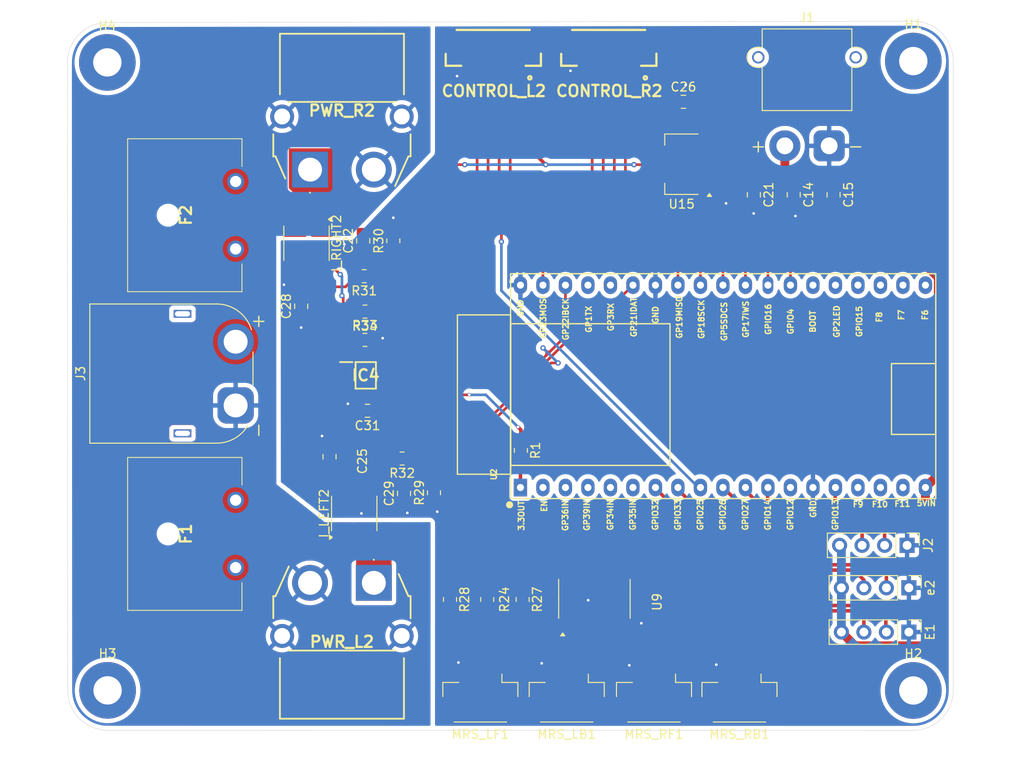
<source format=kicad_pcb>
(kicad_pcb (version 20241229) (generator "pcbnew") (generator_version "9.0")
  (layers (0 "F.Cu" jumper) (2 "B.Cu" signal) (13 "F.Paste" user) (15 "B.Paste" user) (5 "F.SilkS" user "F.Silkscreen") (7 "B.SilkS" user "B.Silkscreen") (1 "F.Mask" user) (3 "B.Mask" user) (25 "Edge.Cuts" user))
  (net 0 "")
  (net 1 "GND")
  (net 2 "+5V")
  (net 3 "+3.3V")
  (net 4 "+12V")
  (net 5 "GNDPWR")
  (net 6 "/+FUSE_L")
  (net 7 "/+FUSE_R")
  (net 8 "/I_OUT_R")
  (net 9 "/SCL")
  (net 10 "/SDA")
  (net 11 "/I_OUT_L")
  (net 12 "/+12V_L")
  (net 13 "/+12V_R")
  (net 14 "/SDA_LF")
  (net 15 "/SCL_LF")
  (net 16 "/SCL_LB")
  (net 17 "/SDA_LB")
  (net 18 "/SCL_RF")
  (net 19 "/SDA_RF")
  (net 20 "/SDA_RB")
  (net 21 "/SCL_RB")
  (net 22 "Net-(I_RIGHT2-FILTER)")
  (net 23 "Net-(I_LEFT2-FILTER)")
  (net 24 "Net-(I_LEFT2-VIOUT)")
  (net 25 "Net-(I_RIGHT2-VIOUT)")
  (net 26 "Net-(U9-~{RESET})")
  (net 27 "Net-(IC4-ADDR)")
  (net 28 "Net-(IC4-ALERT{slash}RDY)")
  (net 35 "/EN_L")
  (net 37 "/PWM_L")
  (net 39 "/D0")
  (net 40 "/IN1_L")
  (net 41 "/D1")
  (net 42 "/IN2_L")
  (net 43 "/D3")
  (net 44 "/PWM_R")
  (net 45 "/EN_R")
  (net 46 "/D2")
  (net 47 "/IN1_R")
  (net 48 "/D4")
  (net 49 "/IN2_R")
  (net 50 "/D5")
  (net 66 "Net-(U2-3.3V)")
  (footprint "Capacitor_SMD:C_0805_2012Metric" (layer "F.Cu") (at 66.4875 70.8 180)
    (property "Reference" "C31")
    (property "Value" "1u")
  )
  (footprint "local:01530007Z" (layer "F.Cu") (at 45.86 48.71 -90)
    (property "Reference" "F2")
    (property "Value" "Fuse" (hide yes))
  )
  (footprint "Capacitor_SMD:C_0805_2012Metric" (layer "F.Cu") (at 102.15 35.9)
    (property "Reference" "C26")
    (property "Value" "10u" (hide yes))
  )
  (footprint "Connector_PinHeader_2.54mm:PinHeader_1x04_P2.54mm_Vertical" (layer "F.Cu") (at 127.6 90.8 -90)
    (property "Reference" "e2")
    (property "Value" "Conn_01x04_Pin")
  )
  (footprint "local:Z_ESP32_DevKitC_38pin_socket" (layer "F.Cu") (at 83.75 79.47 90)
    (property "Reference" "U2")
    (property "Value" "~")
  )
  (footprint "Resistor_SMD:R_0805_2012Metric" (layer "F.Cu") (at 70.4 76.2 180)
    (property "Reference" "R32")
    (property "Value" "5.1k")
  )
  (footprint "Package_TO_SOT_SMD:SOT-223-3_TabPin2" (layer "F.Cu") (at 101.95 42.95 180)
    (property "Reference" "U15")
    (property "Value" "AMS1117-3.3" (hide yes))
  )
  (footprint "Resistor_SMD:R_0805_2012Metric" (layer "F.Cu") (at 69.4 51.6 90)
    (property "Reference" "R30")
    (property "Value" "10k")
  )
  (footprint "Package_SO:SOIC-8_3.9x4.9mm_P1.27mm" (layer "F.Cu") (at 64.9875 82.4 90)
    (property "Reference" "I_LEFT2")
    (property "Value" "ACS712xLCTR-20A")
  )
  (footprint "Capacitor_SMD:C_0805_2012Metric" (layer "F.Cu") (at 62.2 76 90)
    (property "Reference" "C25")
    (property "Value" "0.1uf")
  )
  (footprint "Connector_JST:JST_GH_BM04B-GHS-TBT_1x04-1MP_P1.25mm_Vertical" (layer "F.Cu") (at 108.475 103.35 180)
    (property "Reference" "MRS_RB1")
    (property "Value" "Conn_01x04")
  )
  (footprint "Resistor_SMD:R_0805_2012Metric" (layer "F.Cu") (at 66.2 62.8)
    (property "Reference" "R33")
    (property "Value" "10k")
  )
  (footprint "Connector_JST:JST_GH_BM04B-GHS-TBT_1x04-1MP_P1.25mm_Vertical" (layer "F.Cu") (at 98.825 103.35 180)
    (property "Reference" "MRS_RF1")
    (property "Value" "Conn_01x04")
  )
  (footprint "Connector_AMASS:AMASS_XT30PW-M_1x02_P2.50mm_Horizontal" (layer "F.Cu") (at 118.6 40.875)
    (property "Reference" "J1")
    (property "Value" "Conn_01x02")
  )
  (footprint "Package_SO:TSSOP-24_4.4x7.8mm_P0.65mm" (layer "F.Cu") (at 92.1 92.0375 90)
    (property "Reference" "U9")
    (property "Value" "TCA9548APWR")
  )
  (footprint "local:SOP50P490X110-10N" (layer "F.Cu") (at 66.2875 66.8)
    (property "Reference" "IC4")
    (property "Value" "ADS1115IDGSR" (hide yes))
  )
  (footprint "local:SM06B-GHS-TB" (layer "F.Cu") (at 86.0635 27.78 180)
    (property "Reference" "CONTROL_L2")
    (property "Value" "SM06B-GHS-TB_LF__SN_" (hide yes))
  )
  (footprint "Capacitor_SMD:C_0805_2012Metric" (layer "F.Cu") (at 59 59 90)
    (property "Reference" "C28")
    (property "Value" "1n")
  )
  (footprint "local:XT60PWF" (layer "F.Cu") (at 67.2 90.2375 180)
    (property "Reference" "PWR_L2")
    (property "Value" "XT60PW-F" (hide yes))
  )
  (footprint "MountingHole:MountingHole_3.2mm_M3_Pad_TopBottom" (layer "F.Cu") (at 128.1011 102.3978)
    (property "Reference" "H2")
    (property "Value" "MountingHole")
  )
  (footprint "local:XT60PWF" (layer "F.Cu") (at 60 43.5625)
    (property "Reference" "PWR_R2")
    (property "Value" "XT60PW-F" (hide yes))
  )
  (footprint "MountingHole:MountingHole_3.2mm_M3_Pad_TopBottom" (layer "F.Cu") (at 128.1 31.3)
    (property "Reference" "H1")
    (property "Value" "MountingHole")
  )
  (footprint "Resistor_SMD:R_0805_2012Metric" (layer "F.Cu") (at 75.8 92.1125 -90)
    (property "Reference" "R28")
    (property "Value" "10k")
  )
  (footprint "local:SM06B-GHS-TB" (layer "F.Cu") (at 99.1 27.78 180)
    (property "Reference" "CONTROL_R2")
    (property "Value" "SM06B-GHS-TB_LF__SN_" (hide yes))
  )
  (footprint "Resistor_SMD:R_0805_2012Metric" (layer "F.Cu") (at 83.8 75.2775 -90)
    (property "Reference" "R1")
    (property "Value" "0R")
  )
  (footprint "Capacitor_SMD:C_0805_2012Metric" (layer "F.Cu") (at 110.1 46.4 -90)
    (property "Reference" "C21")
    (property "Value" "0.1u")
  )
  (footprint "Connector_JST:JST_GH_BM04B-GHS-TBT_1x04-1MP_P1.25mm_Vertical" (layer "F.Cu") (at 88.975 103.35 180)
    (property "Reference" "MRS_LB1")
    (property "Value" "Conn_01x04")
  )
  (footprint "Resistor_SMD:R_0805_2012Metric" (layer "F.Cu") (at 84 92.1125 -90)
    (property "Reference" "R27")
    (property "Value" "10k")
  )
  (footprint "Connector_AMASS:AMASS_XT60PW-M_1x02_P7.20mm_Horizontal" (layer "F.Cu") (at 51.6 70.2 90)
    (property "Reference" "J3")
    (property "Value" "Conn_01x02")
  )
  (footprint "MountingHole:MountingHole_3.2mm_M3_Pad_TopBottom" (layer "F.Cu") (at 37.11637 31.44721)
    (property "Reference" "H4")
    (property "Value" "MountingHole")
  )
  (footprint "Capacitor_SMD:C_0805_2012Metric" (layer "F.Cu") (at 70.61 80.14 90)
    (property "Reference" "C29")
    (property "Value" "1n")
  )
  (footprint "Capacitor_SMD:C_0805_2012Metric" (layer "F.Cu") (at 66 51.6 90)
    (property "Reference" "C22")
    (property "Value" "0.1uF")
  )
  (footprint "Capacitor_SMD:C_0805_2012Metric" (layer "F.Cu") (at 119.1 46.4 -90)
    (property "Reference" "C15")
    (property "Value" "1u")
  )
  (footprint "MountingHole:MountingHole_3.2mm_M3_Pad_TopBottom" (layer "F.Cu") (at 37.14721 102.38363)
    (property "Reference" "H3")
    (property "Value" "MountingHole")
  )
  (footprint "Resistor_SMD:R_0805_2012Metric" (layer "F.Cu") (at 80 92.1125 -90)
    (property "Reference" "R24")
    (property "Value" "10k")
  )
  (footprint "Resistor_SMD:R_0805_2012Metric" (layer "F.Cu") (at 66.2 59.6 180)
    (property "Reference" "R34")
    (property "Value" "10k")
  )
  (footprint "Connector_PinHeader_2.54mm:PinHeader_1x04_P2.54mm_Vertical" (layer "F.Cu") (at 127.4 86 -90)
    (property "Reference" "J2")
    (property "Value" "Conn_01x04_Pin")
  )
  (footprint "Resistor_SMD:R_0805_2012Metric" (layer "F.Cu") (at 66.1125 55.6 180)
    (property "Reference" "R31")
    (property "Value" "5.1k")
  )
  (footprint "Connector_JST:JST_GH_BM04B-GHS-TBT_1x04-1MP_P1.25mm_Vertical" (layer "F.Cu") (at 79.225 103.35 180)
    (property "Reference" "MRS_LF1")
    (property "Value" "Conn_01x04")
  )
  (footprint "Resistor_SMD:R_0805_2012Metric" (layer "F.Cu") (at 73.99 80.0625 90)
    (property "Reference" "R29")
    (property "Value" "10k")
  )
  (footprint "Connector_PinHeader_2.54mm:PinHeader_1x04_P2.54mm_Vertical" (layer "F.Cu") (at 127.6 95.8 -90)
    (property "Reference" "E1")
    (property "Value" "Conn_01x04_Pin")
  )
  (footprint "Package_SO:SOIC-8_3.9x4.9mm_P1.27mm" (layer "F.Cu") (at 59.6 51.875 -90)
    (property "Reference" "I_RIGHT2")
    (property "Value" "ACS712xLCTR-20A")
  )
  (footprint "local:01530007Z" (layer "F.Cu") (at 45.86 84.71 -90)
    (property "Reference" "F1")
    (property "Value" "Fuse" (hide yes))
  )
  (footprint "Capacitor_SMD:C_0805_2012Metric" (layer "F.Cu") (at 114.6 46.4 -90)
    (property "Reference" "C14")
    (property "Value" "10u")
  )
  (gr_arc (start 37.245015 106.882564) (mid 34 105.6) (end 32.647212 102.383627) (stroke (width 0.05)) (layer "Edge.Cuts"))
  (gr_line (start 128.002241 26.801063) (end 37.116373 26.947215) (stroke (width 0.05)) (layer "Edge.Cuts"))
  (gr_arc (start 32.617436 31.545015) (mid 33.9 28.3) (end 37.116373 26.947212) (stroke (width 0.05)) (layer "Edge.Cuts"))
  (gr_line (start 32.617437 31.545015) (end 32.647212 102.38363) (stroke (width 0.05)) (layer "Edge.Cuts"))
  (gr_line (start 132.6 102.300042) (end 132.6 31.3) (stroke (width 0.05)) (layer "Edge.Cuts"))
  (gr_arc (start 132.6 102.3) (mid 131.317436 105.545015) (end 128.101063 106.897803) (stroke (width 0.05)) (layer "Edge.Cuts"))
  (gr_line (start 37.245015 106.882564) (end 128.101063 106.897803) (stroke (width 0.05)) (layer "Edge.Cuts"))
  (gr_arc (start 128.002197 26.801063) (mid 131.247212 28.083627) (end 132.6 31.3) (stroke (width 0.05)) (layer "Edge.Cuts"))
  (segment (start 73.99 81.83) (end 74.36 82.2) (width 0.2) (layer "F.Cu") (net 1))
  (segment (start 64.0875 66.8) (end 65.0395 66.8) (width 0.2) (layer "F.Cu") (net 1))
  (segment (start 64.65 52) (end 66 50.65) (width 0.3) (layer "F.Cu") (net 1))
  (segment (start 89.175 94.9) (end 89.175 94.162501) (width 0.3) (layer "F.Cu") (net 1))
  (segment (start 59 59.95) (end 59 61.4) (width 0.4) (layer "F.Cu") (net 1))
  (segment (start 106.6 100.22) (end 105.86 99.48) (width 0.3) (layer "F.Cu") (net 1))
  (segment (start 105.1 45.51) (end 106.96 47.37) (width 0.3) (layer "F.Cu") (net 1))
  (segment (start 87.1 100.28) (end 86.15 99.33) (width 0.3) (layer "F.Cu") (net 1))
  (segment (start 116.734013 81.465987) (end 116.4 81.8) (width 0.4) (layer "F.Cu") (net 1))
  (segment (start 90.475 89.175) (end 90.475 91.275) (width 0.3) (layer "F.Cu") (net 1))
  (segment (start 77.4 32.2) (end 76.6 33) (width 0.3) (layer "F.Cu") (net 1))
  (segment (start 69.4 50.6875) (end 69.4 49) (width 0.3) (layer "F.Cu") (net 1))
  (segment (start 97.3 94.9) (end 97.4 94.8) (width 0.3) (layer "F.Cu") (net 1))
  (segment (start 110.1 48.49) (end 110.08 48.51) (width 0.3) (layer "F.Cu") (net 1))
  (segment (start 70.61 81.09) (end 70.61 81.97) (width 0.2) (layer "F.Cu") (net 1))
  (segment (start 77.35 99.84) (end 76.75 99.24) (width 0.3) (layer "F.Cu") (net 1))
  (segment (start 68 62.8) (end 68.2 62.6) (width 0.4) (layer "F.Cu") (net 1))
  (segment (start 63.87 52) (end 64.65 52) (width 0.3) (layer "F.Cu") (net 1))
  (segment (start 88.525 94.9) (end 89.175 94.9) (width 0.3) (layer "F.Cu") (net 1))
  (segment (start 93.712499 92.2) (end 91.4 92.2) (width 0.3) (layer "F.Cu") (net 1))
  (segment (start 103.1 34.7) (end 102.4 34) (width 0.4) (layer "F.Cu") (net 1))
  (segment (start 57.695 55.915) (end 57.05 56.56) (width 0.3) (layer "F.Cu") (net 1))
  (segment (start 87.1 101.4) (end 87.1 100.28) (width 0.3) (layer "F.Cu") (net 1))
  (segment (start 95.675 94.162501) (end 93.712499 92.2) (width 0.3) (layer "F.Cu") (net 1))
  (segment (start 77.6 32.2) (end 77.4 32.2) (width 0.3) (layer "F.Cu") (net 1))
  (segment (start 89.9 31.9) (end 89.4 32.4) (width 0.3) (layer "F.Cu") (net 1))
  (segment (start 62.2 74.5) (end 61.35 73.65) (width 0.3) (layer "F.Cu") (net 1))
  (segment (start 96.95 100.46) (end 96.04 99.55) (width 0.3) (layer "F.Cu") (net 1))
  (segment (start 114.6 47.35) (end 114.6 48.6) (width 0.3) (layer "F.Cu") (net 1))
  (segment (start 105.1 45.25) (end 105.1 45.51) (width 0.3) (layer "F.Cu") (net 1))
  (segment (start 77.35 101.4) (end 77.35 99.84) (width 0.3) (layer "F.Cu") (net 1))
  (segment (start 57.695 54.35) (end 57.695 55.915) (width 0.3) (layer "F.Cu") (net 1))
  (segment (start 91.137501 92.2) (end 91.4 92.2) (width 0.3) (layer "F.Cu") (net 1))
  (segment (start 110.1 47.35) (end 110.1 48.49) (width 0.3) (layer "F.Cu") (net 1))
  (segment (start 66.8925 81.3075) (end 65.8 82.4) (width 0.4) (layer "F.Cu") (net 1))
  (segment (start 73.99 80.975) (end 73.99 81.83) (width 0.2) (layer "F.Cu") (net 1))
  (segment (start 116.734013 79.4) (end 116.734013 81.465987) (width 0.4) (layer "F.Cu") (net 1))
  (segment (start 95.675 94.9) (end 97.3 94.9) (width 0.3) (layer "F.Cu") (net 1))
  (segment (start 65.06 70.8) (end 64.27 70.01) (width 0.3) (layer "F.Cu") (net 1))
  (segment (start 65.5375 70.8) (end 65.06 70.8) (width 0.3) (layer "F.Cu") (net 1))
  (segment (start 114.6 48.6) (end 114.8 48.8) (width 0.3) (layer "F.Cu") (net 1))
  (segment (start 62.2 75.05) (end 62.2 74.5) (width 0.3) (layer "F.Cu") (net 1))
  (segment (start 70.61 81.97) (end 70.98 82.34) (width 0.2) (layer "F.Cu") (net 1))
  (segment (start 110.1 47.35) (end 119.1 47.35) (width 0.3) (layer "F.Cu") (net 1))
  (segment (start 90.475 91.275) (end 91.4 92.2) (width 0.3) (layer "F.Cu") (net 1))
  (segment (start 65.0395 66.8) (end 65.5375 67.298) (width 0.2) (layer "F.Cu") (net 1))
  (segment (start 67.1125 62.8) (end 68 62.8) (width 0.4) (layer "F.Cu") (net 1))
  (segment (start 96.95 101.4) (end 96.95 100.46) (width 0.3) (layer "F.Cu") (net 1))
  (segment (start 103.1 35.9) (end 103.1 34.7) (width 0.4) (layer "F.Cu") (net 1))
  (segment (start 89.175 94.162501) (end 91.137501 92.2) (width 0.3) (layer "F.Cu") (net 1))
  (segment (start 95.675 94.9) (end 95.675 94.162501) (width 0.3) (layer "F.Cu") (net 1))
  (segment (start 65.5375 67.298) (end 65.5375 70.8) (width 0.2) (layer "F.Cu") (net 1))
  (segment (start 66.8925 79.925) (end 66.8925 81.3075) (width 0.4) (layer "F.Cu") (net 1))
  (segment (start 69.3625 50.65) (end 69.4 50.6875) (width 0.3) (layer "F.Cu") (net 1))
  (segment (start 106.6 101.4) (end 106.6 100.22) (width 0.3) (layer "F.Cu") (net 1))
  (segment (start 90.6 31.9) (end 89.9 31.9) (width 0.3) (layer "F.Cu") (net 1))
  (via (at 96.04 99.55) (size 0.4) (drill 0.3) (layers "F.Cu" "B.Cu") (net 1))
  (via (at 68.2 62.6) (size 0.6) (drill 0.3) (layers "F.Cu" "B.Cu") (net 1))
  (via (at 116.4 81.8) (size 0.6) (drill 0.3) (layers "F.Cu" "B.Cu") (net 1))
  (via (at 105.86 99.48) (size 0.4) (drill 0.3) (layers "F.Cu" "B.Cu") (net 1))
  (via (at 65.8 82.4) (size 0.6) (drill 0.3) (layers "F.Cu" "B.Cu") (net 1))
  (via (at 97.4 94.8) (size 0.6) (drill 0.3) (layers "F.Cu" "B.Cu") (net 1))
  (via (at 102.4 34) (size 0.6) (drill 0.3) (layers "F.Cu" "B.Cu") (net 1))
  (via (at 63.87 52) (size 0.4) (drill 0.3) (layers "F.Cu" "B.Cu") (net 1))
  (via (at 61.35 73.65) (size 0.4) (drill 0.3) (layers "F.Cu" "B.Cu") (net 1))
  (via (at 89.4 32.4) (size 0.6) (drill 0.3) (layers "F.Cu" "B.Cu") (net 1))
  (via (at 59 61.4) (size 0.6) (drill 0.3) (layers "F.Cu" "B.Cu") (net 1))
  (via (at 76.75 99.24) (size 0.4) (drill 0.3) (layers "F.Cu" "B.Cu") (net 1))
  (via (at 57.05 56.56) (size 0.4) (drill 0.3) (layers "F.Cu" "B.Cu") (net 1))
  (via (at 91.4 92.2) (size 0.6) (drill 0.3) (layers "F.Cu" "B.Cu") (net 1))
  (via (at 106.96 47.37) (size 0.4) (drill 0.3) (layers "F.Cu" "B.Cu") (net 1))
  (via (at 64.27 70.01) (size 0.4) (drill 0.3) (layers "F.Cu" "B.Cu") (net 1))
  (via (at 74.36 82.2) (size 0.4) (drill 0.3) (layers "F.Cu" "B.Cu") (net 1))
  (via (at 76.6 33) (size 0.6) (drill 0.3) (layers "F.Cu" "B.Cu") (net 1))
  (via (at 69.4 49) (size 0.6) (drill 0.3) (layers "F.Cu" "B.Cu") (net 1))
  (via (at 86.15 99.33) (size 0.4) (drill 0.3) (layers "F.Cu" "B.Cu") (net 1))
  (via (at 114.8 48.8) (size 0.6) (drill 0.3) (layers "F.Cu" "B.Cu") (net 1))
  (via (at 70.98 82.34) (size 0.4) (drill 0.3) (layers "F.Cu" "B.Cu") (net 1))
  (via (at 110.08 48.51) (size 0.4) (drill 0.3) (layers "F.Cu" "B.Cu") (net 1))
  (segment (start 59 61.4) (end 59.2 61.4) (width 0.4) (layer "B.Cu") (net 1))
  (segment (start 60.91349 65.886511) (end 60.897 65.87002) (width 0.3) (layer "F.Cu") (net 2))
  (segment (start 66 52.55) (end 67.25 52.55) (width 0.3) (layer "F.Cu") (net 2))
  (segment (start 63.74474 57.94474) (end 63.6 57.8) (width 0.3) (layer "F.Cu") (net 2))
  (segment (start 106.170694 41.499) (end 106.149 41.499) (width 1) (layer "F.Cu") (net 2))
  (segment (start 120.612024 45.45) (end 130.921 55.758976) (width 1) (layer "F.Cu") (net 2))
  (segment (start 65 75) (end 65 74.8) (width 0.3) (layer "F.Cu") (net 2))
  (segment (start 63.8 73.6) (end 62.2 72) (width 0.3) (layer "F.Cu") (net 2))
  (segment (start 110.1 44.02) (end 108.209306 42.129306) (width 1) (layer "F.Cu") (net 2))
  (segment (start 63.4 55.4) (end 62.85 54.85) (width 0.3) (layer "F.Cu") (net 2))
  (segment (start 63.74474 58.6) (end 63.74474 57.94474) (width 0.3) (layer "F.Cu") (net 2))
  (segment (start 106.801 42.129306) (end 106.170694 41.499) (width 1) (layer "F.Cu") (net 2))
  (segment (start 130.921 55.758976) (end 130.921 78.019) (width 1) (layer "F.Cu") (net 2))
  (segment (start 63.0825 77.8325) (end 62.2 76.95) (width 0.3) (layer "F.Cu") (net 2))
  (segment (start 119.1 45.45) (end 120.612024 45.45) (width 1) (layer "F.Cu") (net 2))
  (segment (start 102.315115 30.715115) (end 105.1 33.5) (width 0.3) (layer "F.Cu") (net 2))
  (segment (start 75.11 41.74) (end 75.11 32.517615) (width 0.3) (layer "F.Cu") (net 2))
  (segment (start 121.531 97.351) (end 119.98 95.8) (width 1) (layer "F.Cu") (net 2))
  (segment (start 62.85 54.35) (end 64.65 52.55) (width 0.3) (layer "F.Cu") (net 2))
  (segment (start 106.149 41.499) (end 105.3 40.65) (width 1) (layer "F.Cu") (net 2))
  (segment (start 113.6 44.45) (end 114.6 45.45) (width 1) (layer "F.Cu") (net 2))
  (segment (start 110.1 45.45) (end 110.1 44.02) (width 1) (layer "F.Cu") (net 2))
  (segment (start 75.11 32.517615) (end 76.9125 30.715115) (width 0.3) (layer "F.Cu") (net 2))
  (segment (start 62.2 72) (end 62.2 68.4) (width 0.3) (layer "F.Cu") (net 2))
  (segment (start 63.0825 79.925) (end 63.0825 77.8325) (width 0.3) (layer "F.Cu") (net 2))
  (segment (start 62.2 68.4) (end 62.2 67.17302) (width 0.3) (layer "F.Cu") (net 2))
  (segment (start 62.2 76.95) (end 63.85 76.95) (width 0.3) (layer "F.Cu") (net 2))
  (segment (start 67.6 49.25) (end 75.11 41.74) (width 0.3) (layer "F.Cu") (net 2))
  (segment (start 130.921 78.019) (end 129.47 79.47) (width 1) (layer "F.Cu") (net 2))
  (segment (start 129.151 97.351) (end 121.531 97.351) (width 1) (layer "F.Cu") (net 2))
  (segment (start 76.9125 30.715115) (end 102.315115 30.715115) (width 0.3) (layer "F.Cu") (net 2))
  (segment (start 105.1 33.5) (end 105.1 40.65) (width 0.3) (layer "F.Cu") (net 2))
  (segment (start 129.47 79.47) (end 129.47 97.032) (width 1) (layer "F.Cu") (net 2))
  (segment (start 65 74.8) (end 63.8 73.6) (width 0.3) (layer "F.Cu") (net 2))
  (segment (start 105.3 40.65) (end 105.1 40.65) (width 1) (layer "F.Cu") (net 2))
  (segment (start 113.6 44.65) (end 112.8 45.45) (width 1) (layer "F.Cu") (net 2))
  (segment (start 63.2 60.2) (end 63.74474 59.65526) (width 0.3) (layer "F.Cu") (net 2))
  (segment (start 119.1 45.45) (end 112.8 45.45) (width 1) (layer "F.Cu") (net 2))
  (segment (start 60.897 65.87002) (end 60.897 63.2) (width 0.3) (layer "F.Cu") (net 2))
  (segment (start 63.74474 59.65526) (end 63.74474 58.6) (width 0.3) (layer "F.Cu") (net 2))
  (segment (start 67.6 52.2) (end 67.6 49.25) (width 0.3) (layer "F.Cu") (net 2))
  (segment (start 62.2 67.17302) (end 60.91349 65.886511) (width 0.3) (layer "F.Cu") (net 2))
  (segment (start 61.6 61.8) (end 63.2 60.2) (width 0.3) (layer "F.Cu") (net 2))
  (segment (start 108.209306 42.129306) (end 106.801 42.129306) (width 1) (layer "F.Cu") (net 2))
  (segment (start 65 75.8) (end 65 75) (width 0.3) (layer "F.Cu") (net 2))
  (segment (start 129.47 97.032) (end 129.151 97.351) (width 1) (layer "F.Cu") (net 2))
  (segment (start 60.897 62.503) (end 61.6 61.8) (width 0.3) (layer "F.Cu") (net 2))
  (segment (start 67.25 52.55) (end 67.6 52.2) (width 0.3) (layer "F.Cu") (net 2))
  (segment (start 62.85 54.85) (end 62.85 54.35) (width 0.3) (layer "F.Cu") (net 2))
  (segment (start 64.65 52.55) (end 66 52.55) (width 0.3) (layer "F.Cu") (net 2))
  (segment (start 61.505 54.35) (end 62.85 54.35) (width 0.3) (layer "F.Cu") (net 2))
  (segment (start 63.85 76.95) (end 64.4 76.4) (width 0.3) (layer "F.Cu") (net 2))
  (segment (start 113.6 40.9) (end 113.6 44.45) (width 1) (layer "F.Cu") (net 2))
  (segment (start 64.4 76.4) (end 65 75.8) (width 0.3) (layer "F.Cu") (net 2))
  (segment (start 113.6 44.45) (end 113.6 44.65) (width 1) (layer "F.Cu") (net 2))
  (segment (start 112.8 45.45) (end 110.1 45.45) (width 1) (layer "F.Cu") (net 2))
  (segment (start 60.897 63.2) (end 60.897 62.503) (width 0.3) (layer "F.Cu") (net 2))
  (via (at 63.4 55.4) (size 0.6) (drill 0.3) (layers "F.Cu" "B.Cu") (net 2))
  (via (at 63.6 57.8) (size 0.6) (drill 0.3) (layers "F.Cu" "B.Cu") (net 2))
  (segment (start 63.6 57.8) (end 63.6 55.6) (width 0.3) (layer "B.Cu") (net 2))
  (segment (start 119.98 86.2) (end 119.78 86) (width 1) (layer "B.Cu") (net 2))
  (segment (start 63.6 55.6) (end 63.4 55.4) (width 0.3) (layer "B.Cu") (net 2))
  (segment (start 119.98 95.8) (end 119.98 86.2) (width 1) (layer "B.Cu") (net 2))
  (segment (start 105.1 42.95) (end 98.8 42.95) (width 1) (layer "F.Cu") (net 3))
  (segment (start 78.2 102.8) (end 78.6 102.8) (width 0.3) (layer "F.Cu") (net 3))
  (segment (start 83.85 31.55) (end 83.85 32.2) (width 0.3) (layer "F.Cu") (net 3))
  (segment (start 77.98 68.98) (end 77.96 69) (width 0.3) (layer "F.Cu") (net 3))
  (segment (start 98.8 37.4) (end 98.8 42.95) (width 0.3) (layer "F.Cu") (net 3))
  (segment (start 67.4375 70.8) (end 70.2 70.8) (width 0.3) (layer "F.Cu") (net 3))
  (segment (start 76.8 69) (end 76.4 69) (width 0.3) (layer "F.Cu") (net 3))
  (segment (start 107.85 102.55) (end 107.6 102.8) (width 0.3) (layer "F.Cu") (net 3))
  (segment (start 90.6 102.8) (end 88.4 102.8) (width 0.3) (layer "F.Cu") (net 3))
  (segment (start 98.2 101.4) (end 98.2 102.6) (width 0.3) (layer "F.Cu") (net 3))
  (segment (start 88.35 101.4) (end 88.35 102.75) (width 0.3) (layer "F.Cu") (net 3))
  (segment (start 88.35 102.65) (end 88.2 102.8) (width 0.3) (layer "F.Cu") (net 3))
  (segment (start 79 102.8) (end 81 102.8) (width 0.3) (layer "F.Cu") (net 3))
  (segment (start 70 66.8) (end 68.4875 66.8) (width 0.3) (layer "F.Cu") (net 3))
  (segment (start 85.59248 85.101) (end 82.101 85.101) (width 0.3) (layer "F.Cu") (net 3))
  (segment (start 67.6 66.8) (end 67.2 66.4) (width 0.3) (layer "F.Cu") (net 3))
  (segment (start 67.2 66.4) (end 67.2 65) (width 0.3) (layer "F.Cu") (net 3))
  (segment (start 78.7 102.7) (end 78.6 102.8) (width 0.3) (layer "F.Cu") (net 3))
  (segment (start 86.5 91.2) (end 84 91.2) (width 0.3) (layer "F.Cu") (net 3))
  (segment (start 81.4 102.8) (end 83.4 102.8) (width 0.3) (layer "F.Cu") (net 3))
  (segment (start 68.6 59.6) (end 67.1125 59.6) (width 0.3) (layer "F.Cu") (net 3))
  (segment (start 68.8 64.6) (end 69.2 64.2) (width 0.3) (layer "F.Cu") (net 3))
  (segment (start 78.6 102.8) (end 79 102.8) (width 0.3) (layer "F.Cu") (net 3))
  (segment (start 67.2 65) (end 67.6 64.6) (width 0.3) (layer "F.Cu") (net 3))
  (segment (start 78.6 101.4) (end 78.6 102.4) (width 0.3) (layer "F.Cu") (net 3))
  (segment (start 98.75 43) (end 98.8 42.95) (width 0.3) (layer "F.Cu") (net 3))
  (segment (start 101.2 35.9) (end 100.3 35.9) (width 0.3) (layer "F.Cu") (net 3))
  (segment (start 70.2 70.8) (end 70.8 70.2) (width 0.3) (layer "F.Cu") (net 3))
  (segment (start 83.8 74.365) (end 83.8 72.96) (width 0.4) (layer "F.Cu") (net 3))
  (segment (start 96.85 41) (end 98.8 42.95) (width 0.4) (layer "F.Cu") (net 3))
  (segment (start 107.85 101.4) (end 107.85 102.55) (width 0.3) (layer "F.Cu") (net 3))
  (segment (start 88.35 101.4) (end 88.35 102.65) (width 0.3) (layer "F.Cu") (net 3))
  (segment (start 98.4 102.8) (end 98 102.8) (width 0.3) (layer "F.Cu") (net 3))
  (segment (start 68.4875 66.8) (end 67.6 66.8) (width 0.3) (layer "F.Cu") (net 3))
  (segment (start 76.6 102.8) (end 78.2 102.8) (width 0.3) (layer "F.Cu") (net 3))
  (segment (start 71 47.9) (end 71 53.8) (width 0.3) (layer "F.Cu") (net 3))
  (segment (start 68.6 56.2) (end 68.6 59.6) (width 0.3) (layer "F.Cu") (net 3))
  (segment (start 88.35 102.75) (end 88.4 102.8) (width 0.3) (layer "F.Cu") (net 3))
  (segment (start 88.525 89.175) (end 88.525 88.03352) (width 0.3) (layer "F.Cu") (net 3))
  (segment (start 70.8 67.6) (end 70 66.8) (width 0.3) (layer "F.Cu") (net 3))
  (segment (start 88.525 89.175) (end 86.5 91.2) (width 0.3) (layer "F.Cu") (net 3))
  (segment (start 78.7 102.5) (end 79 102.8) (width 0.3) (layer "F.Cu") (net 3))
  (segment (start 83.8135 32.08) (end 83.8135 40.2135) (width 0.4) (layer "F.Cu") (net 3))
  (segment (start 70.8 69) (end 70.8 67.6) (width 0.3) (layer "F.Cu") (net 3))
  (segment (start 74.6 91.6) (end 74.6 100.8) (width 0.3) (layer "F.Cu") (net 3))
  (segment (start 100.3 35.9) (end 98.8 37.4) (width 0.3) (layer "F.Cu") (net 3))
  (segment (start 98 102.8) (end 91 102.8) (width 0.3) (layer "F.Cu") (net 3))
  (segment (start 88.4 102.8) (end 88.2 102.8) (width 0.3) (layer "F.Cu") (net 3))
  (segment (start 81 102.8) (end 81.4 102.8) (width 0.3) (layer "F.Cu") (net 3))
  (segment (start 83.8 72.96) (end 83.47 72.63) (width 0.4) (layer "F.Cu") (net 3))
  (segment (start 100.4 102.8) (end 98.4 102.8) (width 0.3) (layer "F.Cu") (net 3))
  (segment (start 84 91.2) (end 80 91.2) (width 0.3) (layer "F.Cu") (net 3))
  (segment (start 83.8135 31.366115) (end 83.8135 31.916115) (width 0.3) (layer "F.Cu") (net 3))
  (segment (start 78.6 102.4) (end 78.7 102.5) (width 0.3) (layer "F.Cu") (net 3))
  (segment (start 88.525 88.03352) (end 85.59248 85.101) (width 0.3) (layer "F.Cu") (net 3))
  (segment (start 96.85 32.08) (end 96.85 41) (width 0.4) (layer "F.Cu") (net 3))
  (segment (start 79.6 71.8) (end 76.8 69) (width 0.3) (layer "F.Cu") (net 3))
  (segment (start 81.2 102.8) (end 81.4 102.8) (width 0.3) (layer "F.Cu") (net 3))
  (segment (start 98.2 102.6) (end 98.4 102.8) (width 0.3) (layer "F.Cu") (net 3))
  (segment (start 78.7 102.5) (end 78.7 102.7) (width 0.3) (layer "F.Cu") (net 3))
  (segment (start 83.8135 40.2135) (end 86.6 43) (width 0.4) (layer "F.Cu") (net 3))
  (segment (start 101 102.8) (end 100.4 102.8) (width 0.3) (layer "F.Cu") (net 3))
  (segment (start 77.47 43) (end 75.9 43) (width 0.3) (layer "F.Cu") (net 3))
  (segment (start 91 102.8) (end 90.6 102.8) (width 0.3) (layer "F.Cu") (net 3))
  (segment (start 88.2 102.8) (end 83.4 102.8) (width 0.3) (layer "F.Cu") (net 3))
  (segment (start 69.2 60.2) (end 68.6 59.6) (width 0.3) (layer "F.Cu") (net 3))
  (segment (start 71 53.8) (end 68.6 56.2) (width 0.3) (layer "F.Cu") (net 3))
  (segment (start 70.8 70.2) (end 70.8 69) (width 0.3) (layer "F.Cu") (net 3))
  (segment (start 74.6 100.8) (end 76.6 102.8) (width 0.3) (layer "F.Cu") (net 3))
  (segment (start 77.96 69) (end 76.4 69) (width 0.3) (layer "F.Cu") (net 3))
  (segment (start 76.4 69) (end 70.8 69) (width 0.3) (layer "F.Cu") (net 3))
  (segment (start 75.8 91.2) (end 75 91.2) (width 0.3) (layer "F.Cu") (net 3))
  (segment (start 79.6 82.6) (end 79.6 71.8) (width 0.3) (layer "F.Cu") (net 3))
  (segment (start 98.2 102.6) (end 98 102.8) (width 0.3) (layer "F.Cu") (net 3))
  (segment (start 80 91.2) (end 75.8 91.2) (width 0.3) (layer "F.Cu") (net 3))
  (segment (start 78.6 102.4) (end 78.2 102.8) (width 0.3) (layer "F.Cu") (net 3))
  (segment (start 75.9 43) (end 71 47.9) (width 0.3) (layer "F.Cu") (net 3))
  (segment (start 67.6 64.6) (end 68.8 64.6) (width 0.3) (layer "F.Cu") (net 3))
  (segment (start 75 91.2) (end 74.6 91.6) (width 0.3) (layer "F.Cu") (net 3))
  (segment (start 69.2 64.2) (end 69.2 60.2) (width 0.3) (layer "F.Cu") (net 3))
  (segment (start 96.57 43) (end 98.75 43) (width 0.3) (layer "F.Cu") (net 3))
  (segment (start 82.101 85.101) (end 79.6 82.6) (width 0.3) (layer "F.Cu") (net 3))
  (segment (start 107.6 102.8) (end 101 102.8) (width 0.3) (layer "F.Cu") (net 3))
  (via (at 86.6 43) (size 0.6) (drill 0.3) (layers "F.Cu" "B.Cu") (net 3))
  (via (at 77.98 68.98) (size 0.4) (drill 0.3) (layers "F.Cu" "B.Cu") (net 3))
  (via (at 77.47 43) (size 0.6) (drill 0.3) (layers "F.Cu" "B.Cu") (net 3))
  (via (at 83.47 72.63) (size 0.4) (drill 0.3) (layers "F.Cu" "B.Cu") (net 3))
  (via (at 96.57 43) (size 0.6) (drill 0.3) (layers "F.Cu" "B.Cu") (net 3))
  (segment (start 79.84 69) (end 83.47 72.63) (width 0.3) (layer "B.Cu") (net 3))
  (segment (start 78 69) (end 79.84 69) (width 0.3) (layer "B.Cu") (net 3))
  (segment (start 77.98 68.98) (end 78 69) (width 0.3) (layer "B.Cu") (net 3))
  (segment (start 86.6 43) (end 96.57 43) (width 0.3) (layer "B.Cu") (net 3))
  (segment (start 77.47 43) (end 86.6 43) (width 0.3) (layer "B.Cu") (net 3))
  (segment (start 61.398 65.6625) (end 61.398 62.893479) (width 0.3) (layer "F.Cu") (net 8))
  (segment (start 67.025 55.575) (end 69.4 53.2) (width 0.3) (layer "F.Cu") (net 8))
  (segment (start 69.4 53.2) (end 69.4 52.5125) (width 0.3) (layer "F.Cu") (net 8))
  (segment (start 63.0355 67.3) (end 61.398 65.6625) (width 0.3) (layer "F.Cu") (net 8))
  (segment (start 64.24574 58.37926) (end 67.025 55.6) (width 0.3) (layer "F.Cu") (net 8))
  (segment (start 64.24574 60.04574) (end 64.24574 58.37926) (width 0.3) (layer "F.Cu") (net 8))
  (segment (start 64.0875 67.3) (end 63.0355 67.3) (width 0.3) (layer "F.Cu") (net 8))
  (segment (start 61.398 62.893479) (end 64.24574 60.04574) (width 0.3) (layer "F.Cu") (net 8))
  (segment (start 67.025 55.6) (end 67.025 55.575) (width 0.3) (layer "F.Cu") (net 8))
  (segment (start 67.025 55.6) (end 67 55.6) (width 0.3) (layer "F.Cu") (net 8))
  (segment (start 86.85 64.35) (end 86.7 64.5) (width 0.3) (layer "F.Cu") (net 9))
  (segment (start 85.4 65.8) (end 68.4875 65.8) (width 0.3) (layer "F.Cu") (net 9))
  (segment (start 80.601 72.8) (end 80.601 72.01604) (width 0.3) (layer "F.Cu") (net 9))
  (segment (start 87.21704 65.4) (end 88 65.4) (width 0.3) (layer "F.Cu") (net 9))
  (segment (start 80.601 82.09248) (end 80.601 72.8) (width 0.3) (layer "F.Cu") (net 9))
  (segment (start 82.50852 84) (end 80.601 82.09248) (width 0.3) (layer "F.Cu") (net 9))
  (segment (start 86.75 64.15) (end 87.05 64.15) (width 0.3) (layer "F.Cu") (net 9))
  (segment (start 88.83 62.37) (end 88.83 56.61) (width 0.3) (layer "F.Cu") (net 9))
  (segment (start 80.601 72.01604) (end 86.95852 65.65852) (width 0.3) (layer "F.Cu") (net 9))
  (segment (start 85.6 94.6) (end 80.6 94.6) (width 0.3) (layer "F.Cu") (net 9))
  (segment (start 89.825 89.175) (end 89.825 90.375) (width 0.3) (layer "F.Cu") (net 9))
  (segment (start 89.825 87.916479) (end 89.10426 87.19574) (width 0.3) (layer "F.Cu") (net 9))
  (segment (start 85.90852 84) (end 83.9 84) (width 0.3) (layer "F.Cu") (net 9))
  (segment (start 89.825 89.175) (end 89.825 87.916479) (width 0.3) (layer "F.Cu") (net 9))
  (segment (start 86.3 63.7) (end 86.7 64.1) (width 0.3) (layer "F.Cu") (net 9))
  (segment (start 86.95852 65.65852) (end 87.21704 65.4) (width 0.3) (layer "F.Cu") (net 9))
  (segment (start 86.7 64.5) (end 85.4 65.8) (width 0.3) (layer "F.Cu") (net 9))
  (segment (start 89.10426 87.19574) (end 85.90852 84) (width 0.3) (layer "F.Cu") (net 9))
  (segment (start 89.825 90.375) (end 85.6 94.6) (width 0.3) (layer "F.Cu") (net 9))
  (segment (start 88.794013 62.394013) (end 88.8 62.4) (width 0.3) (layer "F.Cu") (net 9))
  (segment (start 87.05 64.15) (end 86.85 64.35) (width 0.3) (layer "F.Cu") (net 9))
  (segment (start 80.6 94.6) (end 80 94) (width 0.3) (layer "F.Cu") (net 9))
  (segment (start 88.8 62.4) (end 88.735 62.465) (width 0.3) (layer "F.Cu") (net 9))
  (segment (start 83.9 84) (end 82.50852 84) (width 0.3) (layer "F.Cu") (net 9))
  (segment (start 88.735 62.465) (end 87.05 64.15) (width 0.3) (layer "F.Cu") (net 9))
  (segment (start 80 94) (end 80 93.025) (width 0.3) (layer "F.Cu") (net 9))
  (segment (start 86.7 64.1) (end 86.75 64.15) (width 0.3) (layer "F.Cu") (net 9))
  (segment (start 86.85 64.25) (end 86.85 64.35) (width 0.3) (layer "F.Cu") (net 9))
  (segment (start 86.7 64.1) (end 86.7 64.5) (width 0.3) (layer "F.Cu") (net 9))
  (segment (start 86.7 64.1) (end 86.85 64.25) (width 0.3) (layer "F.Cu") (net 9))
  (via (at 88 65.4) (size 0.6) (drill 0.3) (layers "F.Cu" "B.Cu") (net 9))
  (via (at 86.3 63.7) (size 0.6) (drill 0.3) (layers "F.Cu" "B.Cu") (net 9))
  (segment (start 88 65.4) (end 86.3 63.7) (width 0.3) (layer "B.Cu") (net 9))
  (segment (start 85 66.3) (end 85.10426 66.40426) (width 0.3) (layer "F.Cu") (net 10))
  (segment (start 80.1 71.80852) (end 85.10426 66.80426) (width 0.3) (layer "F.Cu") (net 10))
  (segment (start 89.175 89.175) (end 89.175 90.225) (width 0.3) (layer "F.Cu") (net 10))
  (segment (start 96.45 56.61) (end 90.45248 62.60752) (width 0.3) (layer "F.Cu") (net 10))
  (segment (start 89.175 90.225) (end 86.375 93.025) (width 0.3) (layer "F.Cu") (net 10))
  (segment (start 85 66.3) (end 85.25426 66.55426) (width 0.3) (layer "F.Cu") (net 10))
  (segment (start 85.10426 66.40426) (end 85.10426 66.80426) (width 0.3) (layer "F.Cu") (net 10))
  (segment (start 82.4 84.6) (end 80.1 82.3) (width 0.3) (layer "F.Cu") (net 10))
  (segment (start 85.25426 66.55426) (end 85.25426 66.65426) (width 0.3) (layer "F.Cu") (net 10))
  (segment (start 89.301 62.60752) (end 85.60852 66.3) (width 0.3) (layer "F.Cu") (net 10))
  (segment (start 86.375 93.025) (end 84 93.025) (width 0.3) (layer "F.Cu") (net 10))
  (segment (start 90.45248 62.60752) (end 89.301 62.60752) (width 0.3) (layer "F.Cu") (net 10))
  (segment (start 85.10426 66.80426) (end 85.25426 66.65426) (width 0.3) (layer "F.Cu") (net 10))
  (segment (start 85.25426 66.65426) (end 85.60852 66.3) (width 0.3) (layer "F.Cu") (net 10))
  (segment (start 85.8 84.6) (end 82.4 84.6) (width 0.3) (layer "F.Cu") (net 10))
  (segment (start 80.1 82.3) (end 80.1 71.80852) (width 0.3) (layer "F.Cu") (net 10))
  (segment (start 85.60852 66.3) (end 85 66.3) (width 0.3) (layer "F.Cu") (net 10))
  (segment (start 89.175 89.175) (end 89.175 87.975) (width 0.3) (layer "F.Cu") (net 10))
  (segment (start 85 66.3) (end 68.4875 66.3) (width 0.3) (layer "F.Cu") (net 10))
  (segment (start 89.175 87.975) (end 85.8 84.6) (width 0.3) (layer "F.Cu") (net 10))
  (segment (start 73.99 77.635) (end 73.99 79.15) (width 0.3) (layer "F.Cu") (net 11))
  (segment (start 65.6 74.6) (end 62.8 71.8) (width 0.3) (layer "F.Cu") (net 11))
  (segment (start 71.3125 76.2) (end 72.6 76.2) (width 0.3) (layer "F.Cu") (net 11))
  (segment (start 62.8 71.8) (end 62.8 68) (width 0.3) (layer "F.Cu") (net 11))
  (segment (start 63 67.8) (end 64.0875 67.8) (width 0.3) (layer "F.Cu") (net 11))
  (segment (start 71.3125 74.7125) (end 71.2 74.6) (width 0.3) (layer "F.Cu") (net 11))
  (segment (start 62.8 68) (end 63 67.8) (width 0.3) (layer "F.Cu") (net 11))
  (segment (start 74.0125 77.6125) (end 73.99 77.635) (width 0.3) (layer "F.Cu") (net 11))
  (segment (start 71.2 74.6) (end 65.6 74.6) (width 0.3) (layer "F.Cu") (net 11))
  (segment (start 72.6 76.2) (end 74.0125 77.6125) (width 0.3) (layer "F.Cu") (net 11))
  (segment (start 71.3125 76.2) (end 71.3125 74.7125) (width 0.3) (layer "F.Cu") (net 11))
  (segment (start 66.8925 89.93) (end 67.2 90.2375) (width 2) (layer "F.Cu") (net 12))
  (segment (start 81 97) (end 79.85 98.15) (width 0.3) (layer "F.Cu") (net 14))
  (segment (start 79.85 98.15) (end 79.85 101.4) (width 0.3) (layer "F.Cu") (net 14))
  (segment (start 90.475 94.9) (end 90.475 96.03352) (width 0.3) (layer "F.Cu") (net 14))
  (segment (start 89.50852 97) (end 81 97) (width 0.3) (layer "F.Cu") (net 14))
  (segment (start 90.475 96.03352) (end 89.50852 97) (width 0.3) (layer "F.Cu") (net 14))
  (segment (start 81.1 98.9) (end 81.1 101.4) (width 0.3) (layer "F.Cu") (net 15))
  (segment (start 91.125 94.9) (end 91.125 96.09204) (width 0.3) (layer "F.Cu") (net 15))
  (segment (start 89.71604 97.501) (end 82.499 97.501) (width 0.3) (layer "F.Cu") (net 15))
  (segment (start 82.499 97.501) (end 81.1 98.9) (width 0.3) (layer "F.Cu") (net 15))
  (segment (start 91.125 96.09204) (end 89.71604 97.501) (width 0.3) (layer "F.Cu") (net 15))
  (segment (start 90.8 101.35) (end 90.8 98.2) (width 0.3) (layer "F.Cu") (net 16))
  (segment (start 92.425 96.575) (end 92.425 94.9) (width 0.3) (layer "F.Cu") (net 16))
  (segment (start 90.85 101.4) (end 90.8 101.35) (width 0.3) (layer "F.Cu") (net 16))
  (segment (start 90.8 98.2) (end 92.425 96.575) (width 0.3) (layer "F.Cu") (net 16))
  (segment (start 91.775 94.9) (end 91.775 96.150561) (width 0.3) (layer "F.Cu") (net 17))
  (segment (start 89.6 98.325561) (end 89.6 101.4) (width 0.3) (layer "F.Cu") (net 17))
  (segment (start 91.775 96.150561) (end 89.6 98.325561) (width 0.3) (layer "F.Cu") (net 17))
  (segment (start 93.725 96.01648) (end 93.725 94.9) (width 0.3) (layer "F.Cu") (net 18))
  (segment (start 98.048999 97.899) (end 95.60752 97.899) (width 0.3) (layer "F.Cu") (net 18))
  (segment (start 100.7 101.4) (end 100.7 100.550001) (width 0.3) (layer "F.Cu") (net 18))
  (segment (start 100.7 100.550001) (end 98.048999 97.899) (width 0.3) (layer "F.Cu") (net 18))
  (segment (start 95.60752 97.899) (end 93.725 96.01648) (width 0.3) (layer "F.Cu") (net 18))
  (segment (start 99.45 101.087322) (end 99.45 101.4) (width 0.3) (layer "F.Cu") (net 19))
  (segment (start 99.45 100.741479) (end 99.45 101.4) (width 0.3) (layer "F.Cu") (net 19))
  (segment (start 95.4 98.4) (end 96.762678 98.4) (width 0.3) (layer "F.Cu") (net 19))
  (segment (start 93.075 96.075) (end 95.4 98.4) (width 0.3) (layer "F.Cu") (net 19))
  (segment (start 96.762678 98.4) (end 99.45 101.087322) (width 0.3) (layer "F.Cu") (net 19))
  (segment (start 93.075 94.9) (end 93.075 96.075) (width 0.3) (layer "F.Cu") (net 19))
  (segment (start 94.375 95.95796) (end 95.81504 97.398) (width 0.3) (layer "F.Cu") (net 20))
  (segment (start 109.1 100.3) (end 109.1 101.4) (width 0.3) (layer "F.Cu") (net 20))
  (segment (start 106.198 97.398) (end 109.1 100.3) (width 0.3) (layer "F.Cu") (net 20))
  (segment (start 95.81504 97.398) (end 106.198 97.398) (width 0.3) (layer "F.Cu") (net 20))
  (segment (start 94.375 94.9) (end 94.375 95.95796) (width 0.3) (layer "F.Cu") (net 20))
  (segment (start 95.025 95.89944) (end 96.02256 96.897) (width 0.3) (layer "F.Cu") (net 21))
  (segment (start 110.35 100.841479) (end 110.35 101.4) (width 0.3) (layer "F.Cu") (net 21))
  (segment (start 106.40552 96.897) (end 110.35 100.841479) (width 0.3) (layer "F.Cu") (net 21))
  (segment (start 96.02256 96.897) (end 106.40552 96.897) (width 0.3) (layer "F.Cu") (net 21))
  (segment (start 95.025 94.9) (end 95.025 95.89944) (width 0.3) (layer "F.Cu") (net 21))
  (segment (start 59 54.385) (end 58.965 54.35) (width 0.3) (layer "F.Cu") (net 22))
  (segment (start 59 58.05) (end 59 54.385) (width 0.3) (layer "F.Cu") (net 22))
  (segment (start 65.8 78) (end 70 78) (width 0.3) (layer "F.Cu") (net 23))
  (segment (start 70 78) (end 70.61 78.61) (width 0.3) (layer "F.Cu") (net 23))
  (segment (start 65.6225 78.1775) (end 65.8 78) (width 0.3) (layer "F.Cu") (net 23))
  (segment (start 65.6225 79.925) (end 65.6225 78.1775) (width 0.3) (layer "F.Cu") (net 23))
  (segment (start 70.61 78.61) (end 70.61 79.19) (width 0.3) (layer "F.Cu") (net 23))
  (segment (start 65.8 76.2) (end 64.3525 77.6475) (width 0.3) (layer "F.Cu") (net 24))
  (segment (start 64.3525 77.6475) (end 64.3525 79.925) (width 0.3) (layer "F.Cu") (net 24))
  (segment (start 65.8 76.2) (end 69.4875 76.2) (width 0.3) (layer "F.Cu") (net 24))
  (segment (start 60.235 54.35) (end 60.235 56.435) (width 0.3) (layer "F.Cu") (net 25))
  (segment (start 64 56.8) (end 65.2 55.6) (width 0.3) (layer "F.Cu") (net 25))
  (segment (start 60.235 56.435) (end 60.6 56.8) (width 0.3) (layer "F.Cu") (net 25))
  (segment (start 60.6 56.8) (end 64 56.8) (width 0.3) (layer "F.Cu") (net 25))
  (segment (start 75.8 95.2) (end 75.8 93.025) (width 0.3) (layer "F.Cu") (net 26))
  (segment (start 77 96.4) (end 75.8 95.2) (width 0.3) (layer "F.Cu") (net 26))
  (segment (start 89.825 94.9) (end 89.825 95.975) (width 0.3) (layer "F.Cu") (net 26))
  (segment (start 89.825 95.975) (end 89.4 96.4) (width 0.3) (layer "F.Cu") (net 26))
  (segment (start 89.4 96.4) (end 77 96.4) (width 0.3) (layer "F.Cu") (net 26))
  (segment (start 63 62.8) (end 62.4 63.4) (width 0.3) (layer "F.Cu") (net 27))
  (segment (start 63.2 65.8) (end 64.0875 65.8) (width 0.3) (layer "F.Cu") (net 27))
  (segment (start 62.4 65) (end 63.2 65.8) (width 0.3) (layer "F.Cu") (net 27))
  (segment (start 65.2875 62.8) (end 63 62.8) (width 0.3) (layer "F.Cu") (net 27))
  (segment (start 62.4 63.4) (end 62.4 65) (width 0.3) (layer "F.Cu") (net 27))
  (segment (start 62.993479 66.3) (end 62.992479 66.301) (width 0.3) (layer "F.Cu") (net 28))
  (segment (start 64.0875 66.3) (end 62.993479 66.3) (width 0.3) (layer "F.Cu") (net 28))
  (segment (start 65.2875 59.7125) (end 61.899 63.101) (width 0.3) (layer "F.Cu") (net 28))
  (segment (start 61.899 63.101) (end 61.899 65.20752) (width 0.3) (layer "F.Cu") (net 28))
  (segment (start 61.899 65.20752) (end 62.992479 66.301) (width 0.3) (layer "F.Cu") (net 28))
  (segment (start 65.2875 59.6) (end 65.2875 59.7125) (width 0.3) (layer "F.Cu") (net 28))
  (segment (start 81.35 48.637787) (end 85.112213 52.4) (width 0.3) (layer "F.Cu") (net 35))
  (segment (start 85.112213 52.4) (end 99.897693 52.4) (width 0.3) (layer "F.Cu") (net 35))
  (segment (start 99.897693 52.4) (end 101.53 54.032307) (width 0.3) (layer "F.Cu") (net 35))
  (segment (start 101.53 54.032307) (end 101.53 56.61) (width 0.3) (layer "F.Cu") (net 35))
  (segment (start 81.35 32.2) (end 81.35 48.637787) (width 0.3) (layer "F.Cu") (net 35))
  (segment (start 82.6 49.179267) (end 85.319733 51.899) (width 0.3) (layer "F.Cu") (net 37))
  (segment (start 104.07 53.67) (end 104.07 56.61) (width 0.3) (layer "F.Cu") (net 37))
  (segment (start 82.6 32.2) (end 82.6 49.179267) (width 0.3) (layer "F.Cu") (net 37))
  (segment (start 85.319733 51.899) (end 102.299 51.899) (width 0.3) (layer "F.Cu") (net 37))
  (segment (start 102.299 51.899) (end 104.07 53.67) (width 0.3) (layer "F.Cu") (net 37))
  (segment (start 118.201 93.401) (end 121.601 93.401) (width 0.4) (layer "F.Cu") (net 39))
  (segment (start 121.601 93.401) (end 122.52 94.32) (width 0.4) (layer "F.Cu") (net 39))
  (segment (start 109.950058 83.6) (end 117 90.649942) (width 0.4) (layer "F.Cu") (net 39))
  (segment (start 117 92.2) (end 118.201 93.401) (width 0.4) (layer "F.Cu") (net 39))
  (segment (start 122.52 94.32) (end 122.52 95.8) (width 0.4) (layer "F.Cu") (net 39))
  (segment (start 98.954013 79.527) (end 103.027013 83.6) (width 0.4) (layer "F.Cu") (net 39))
  (segment (start 117 90.649942) (end 117 92.2) (width 0.4) (layer "F.Cu") (net 39))
  (segment (start 103.027013 83.6) (end 109.950058 83.6) (width 0.4) (layer "F.Cu") (net 39))
  (segment (start 86.29 54.286307) (end 86.29 56.61) (width 0.3) (layer "F.Cu") (net 40))
  (segment (start 80.1 48.096307) (end 86.29 54.286307) (width 0.3) (layer "F.Cu") (net 40))
  (segment (start 80.1 32.2) (end 80.1 48.096307) (width 0.3) (layer "F.Cu") (net 40))
  (segment (start 117.8 92) (end 117.8 90.6) (width 0.4) (layer "F.Cu") (net 41))
  (segment (start 123.6 92.8) (end 118.6 92.8) (width 0.4) (layer "F.Cu") (net 41))
  (segment (start 104.520006 82.679994) (end 104.641013 82.801) (width 0.4) (layer "F.Cu") (net 41))
  (segment (start 110.2 83) (end 104.840012 83) (width 0.4) (layer "F.Cu") (net 41))
  (segment (start 117.8 90.6) (end 110.2 83) (width 0.4) (layer "F.Cu") (net 41))
  (segment (start 125.06 95.8) (end 125 95.74) (width 0.4) (layer "F.Cu") (net 41))
  (segment (start 118.6 92.8) (end 117.8 92) (width 0.4) (layer "F.Cu") (net 41))
  (segment (start 101.494013 79.654) (end 104.520006 82.679994) (width 0.4) (layer "F.Cu") (net 41))
  (segment (start 125 95.74) (end 125 94.2) (width 0.4) (layer "F.Cu") (net 41))
  (segment (start 125 94.2) (end 123.6 92.8) (width 0.4) (layer "F.Cu") (net 41))
  (segment (start 104.840012 83) (end 104.520006 82.679994) (width 0.4) (layer "F.Cu") (net 41))
  (segment (start 81.6 50.4) (end 78.86 47.66) (width 0.3) (layer "F.Cu") (net 42))
  (segment (start 78.86 47.66) (end 78.86 32.21) (width 0.3) (layer "F.Cu") (net 42))
  (segment (start 104.034013 78.667049) (end 104.034013 79.527) (width 0.3) (layer "F.Cu") (net 42))
  (segment (start 81.6 51.7) (end 81.6 50.4) (width 0.3) (layer "F.Cu") (net 42))
  (segment (start 78.86 32.21) (end 78.85 32.2) (width 0.3) (layer "F.Cu") (net 42))
  (via (at 81.6 51.7) (size 0.6) (drill 0.3) (layers "F.Cu" "B.Cu") (net 42))
  (segment (start 104.034013 79.527) (end 103.897 79.527) (width 0.3) (layer "B.Cu") (net 42))
  (segment (start 103.897 79.527) (end 81.6 57.23) (width 0.3) (layer "B.Cu") (net 42))
  (segment (start 81.6 57.23) (end 81.6 51.7) (width 0.3) (layer "B.Cu") (net 42))
  (segment (start 124 88.2) (end 125.06 89.26) (width 0.4) (layer "F.Cu") (net 43))
  (segment (start 109.114013 79.527) (end 109.114013 79.763955) (width 0.4) (layer "F.Cu") (net 43))
  (segment (start 109.114013 79.763955) (end 117.550058 88.2) (width 0.4) (layer "F.Cu") (net 43))
  (segment (start 117.550058 88.2) (end 124 88.2) (width 0.4) (layer "F.Cu") (net 43))
  (segment (start 125.06 89.26) (end 125.06 90.8) (width 0.4) (layer "F.Cu") (net 43))
  (segment (start 109.965693 49.895) (end 114.23 54.159307) (width 0.3) (layer "F.Cu") (net 44))
  (segment (start 97.103332 49.895) (end 109.965693 49.895) (width 0.3) (layer "F.Cu") (net 44))
  (segment (start 95.6 48.391668) (end 97.103332 49.895) (width 0.3) (layer "F.Cu") (net 44))
  (segment (start 114.23 54.159307) (end 114.23 56.61) (width 0.3) (layer "F.Cu") (net 44))
  (segment (start 95.6 31.9) (end 95.6 48.391668) (width 0.3) (layer "F.Cu") (net 44))
  (segment (start 111.69 54.032307) (end 111.69 56.61) (width 0.3) (layer "F.Cu") (net 45))
  (segment (start 108.053693 50.396) (end 111.69 54.032307) (width 0.3) (layer "F.Cu") (net 45))
  (segment (start 94.35 31.9) (end 94.35 48.55) (width 0.3) (layer "F.Cu") (net 45))
  (segment (start 96.196 50.396) (end 108.053693 50.396) (width 0.3) (layer "F.Cu") (net 45))
  (segment (start 94.35 48.55) (end 96.196 50.396) (width 0.3) (layer "F.Cu") (net 45))
  (segment (start 110.6 82.2) (end 117.2 88.8) (width 0.4) (layer "F.Cu") (net 46))
  (segment (start 106.574013 79.4) (end 109.374013 82.2) (width 0.4) (layer "F.Cu") (net 46))
  (segment (start 109.374013 82.2) (end 110.6 82.2) (width 0.4) (layer "F.Cu") (net 46))
  (segment (start 122.52 89.92) (end 122.52 90.8) (width 0.4) (layer "F.Cu") (net 46))
  (segment (start 117.2 88.8) (end 121.4 88.8) (width 0.4) (layer "F.Cu") (net 46))
  (segment (start 121.4 88.8) (end 122.52 89.92) (width 0.4) (layer "F.Cu") (net 46))
  (segment (start 93.1 31.9) (end 93.1 48.7) (width 0.3) (layer "F.Cu") (net 47))
  (segment (start 93.1 48.7) (end 95.297 50.897) (width 0.3) (layer "F.Cu") (net 47))
  (segment (start 109.15 54.159307) (end 109.15 56.61) (width 0.3) (layer "F.Cu") (net 47))
  (segment (start 95.297 50.897) (end 105.887693 50.897) (width 0.3) (layer "F.Cu") (net 47))
  (segment (start 105.887693 50.897) (end 109.15 54.159307) (width 0.3) (layer "F.Cu") (net 47))
  (segment (start 122.32 84.52) (end 122.32 86) (width 0.4) (layer "F.Cu") (net 48))
  (segment (start 111.654013 79.654) (end 111.654013 81.454013) (width 0.4) (layer "F.Cu") (net 48))
  (segment (start 114 83.8) (end 121.6 83.8) (width 0.4) (layer "F.Cu") (net 48))
  (segment (start 121.6 83.8) (end 122.32 84.52) (width 0.4) (layer "F.Cu") (net 48))
  (segment (start 111.654013 81.454013) (end 114 83.8) (width 0.4) (layer "F.Cu") (net 48))
  (segment (start 91.85 48.848) (end 94.4 51.398) (width 0.3) (layer "F.Cu") (net 49))
  (segment (start 91.85 31.9) (end 91.85 48.848) (width 0.3) (layer "F.Cu") (net 49))
  (segment (start 94.4 51.398) (end 103.721693 51.398) (width 0.3) (layer "F.Cu") (net 49))
  (segment (start 106.61 54.286307) (end 106.61 56.61) (width 0.3) (layer "F.Cu") (net 49))
  (segment (start 103.721693 51.398) (end 106.61 54.286307) (width 0.3) (layer "F.Cu") (net 49))
  (segment (start 119.274013 82.274013) (end 119.8 82.8) (width 0.4) (layer "F.Cu") (net 50))
  (segment (start 119.274013 79.527) (end 119.274013 82.274013) (width 0.4) (layer "F.Cu") (net 50))
  (segment (start 123.6 82.8) (end 124.86 84.06) (width 0.4) (layer "F.Cu") (net 50))
  (segment (start 119.8 82.8) (end 123.6 82.8) (width 0.4) (layer "F.Cu") (net 50))
  (segment (start 124.86 84.06) (end 124.86 86) (width 0.4) (layer "F.Cu") (net 50))
  (segment (start 83.75 76.24) (end 83.8 76.19) (width 0.4) (layer "F.Cu") (net 66))
  (segment (start 84.18 79.04) (end 83.75 79.47) (width 0.4) (layer "F.Cu") (net 66))
  (segment (start 83.75 79.47) (end 83.75 76.24) (width 0.4) (layer "F.Cu") (net 66))
  (zone (net 13) (net_name "/+12V_R") (layer "F.Cu") (priority 2) (connect_pads yes (clearance 0.5)) (min_thickness 0.25) (fill yes (thermal_gap 0.5) (thermal_bridge_width 0.5))
    (polygon (pts (xy 59.85 51.15) (xy 62.6 51.15) (xy 62.6 41.15) (xy 57.6 41.15) (xy 57.6 45.65) (xy 59.35 47.4) (xy 59.6 48.15) (xy 59.85 48.4)))
  )
  (zone (net 4) (net_name "+12V") (layer "F.Cu") (priority 6) (connect_pads yes (clearance 0.5)) (min_thickness 0.25) (fill yes (thermal_gap 0.5) (thermal_bridge_width 0.5))
    (polygon (pts (xy 51.6 49.15) (xy 51.1 49.15) (xy 49.35 49.9) (xy 48.6 50.9) (xy 48.35 51.9) (xy 48.35 63.65) (xy 49.1 65.15) (xy 49.6 65.65) (xy 50.35 66.15) (xy 51.6 66.4) (xy 52.35 66.4) (xy 53.35 65.9) (xy 54.1 65.4) (xy 54.6 64.4) (xy 54.85 63.15) (xy 54.85 51.9) (xy 54.6 51.15) (xy 53.85 50.15) (xy 52.85 49.4)))
  )
  (zone (net 12) (net_name "/+12V_L") (layer "F.Cu") (priority 5) (connect_pads yes (clearance 0.5)) (min_thickness 0.25) (fill yes (thermal_gap 0.5) (thermal_bridge_width 0.5))
    (polygon (pts (xy 65.2 83.4) (xy 65.2 92.2) (xy 69.2 92.2) (xy 69.2 83.4)))
  )
  (zone (net 7) (net_name "/+FUSE_R") (layer "F.Cu") (priority 2) (connect_pads yes (clearance 0.5)) (min_thickness 0.25) (fill yes (thermal_gap 0.5) (thermal_bridge_width 0.5))
    (polygon (pts (xy 57.1 51.15) (xy 50 47.4) (xy 49 46.2) (xy 48.710577 44.595458) (xy 48.790277 44.194781) (xy 49.4 43) (xy 50.1 42.4) (xy 52 42.15) (xy 52.6 42.4) (xy 53.6 42.9) (xy 58.85 47.65) (xy 59.35 48.15) (xy 59.6 48.65) (xy 59.6 51.15)))
  )
  (zone (net 4) (net_name "+12V") (layer "F.Cu") (connect_pads yes (clearance 0.5)) (min_thickness 0.25) (fill yes (thermal_gap 0.5) (thermal_bridge_width 0.5))
    (polygon (pts (xy 48.27 67.04) (xy 50.35 66.15) (xy 48.35 63.65) (xy 48.36 58.84) (xy 39.215582 63.557821) (xy 39.185174 80.414372) (xy 48.89 83.39) (xy 54.29 83.32) (xy 54.17 75.39) (xy 48.24 71.46)))
  )
  (zone (net 6) (net_name "/+FUSE_L") (layer "F.Cu") (priority 4) (connect_pads yes (clearance 0.5)) (min_thickness 0.25) (fill yes (thermal_gap 0.5) (thermal_bridge_width 0.5))
    (polygon (pts (xy 49.4 86.8) (xy 49.55 85.14) (xy 50.8 83.92) (xy 58.81 83.91) (xy 60.61 83.56) (xy 61.69 83.4) (xy 62 83.4) (xy 64.8 83.4) (xy 64.8 86.2) (xy 64.8 87.7225) (xy 56.755 87.7225) (xy 55.8 88.2) (xy 55 89.2) (xy 54.8 90.4) (xy 54.4 91.2) (xy 53.6 91.6) (xy 51.4 91.6) (xy 50.2 91.2) (xy 49.4 90)))
  )
  (zone (net 1) (net_name "GND") (layer "B.Cu") (priority 1) (connect_pads (clearance 0.5)) (min_thickness 0.25) (fill yes (thermal_gap 0.5) (thermal_bridge_width 0.5) (island_removal_mode 1) (island_area_min 10))
    (polygon (pts (xy 140.6 24.4) (xy 140.6 109.4) (xy 25 110) (xy 25 25)))
  )
  (zone (net 5) (net_name "GNDPWR") (layer "B.Cu") (priority 6) (connect_pads (clearance 0.5)) (min_thickness 0.25) (fill yes (thermal_gap 0.5) (thermal_bridge_width 0.5))
    (polygon (pts (xy 73.6 36.6) (xy 73.6 41.6) (xy 64.585463 51.031176) (xy 56.182735 51.042203) (xy 56.2 79.1) (xy 61.69 83.4) (xy 73.61 83.38) (xy 73.6 106.6) (xy 25 110) (xy 25 25) (xy 53.6 25) (xy 73.6 25)))
  )
)
</source>
